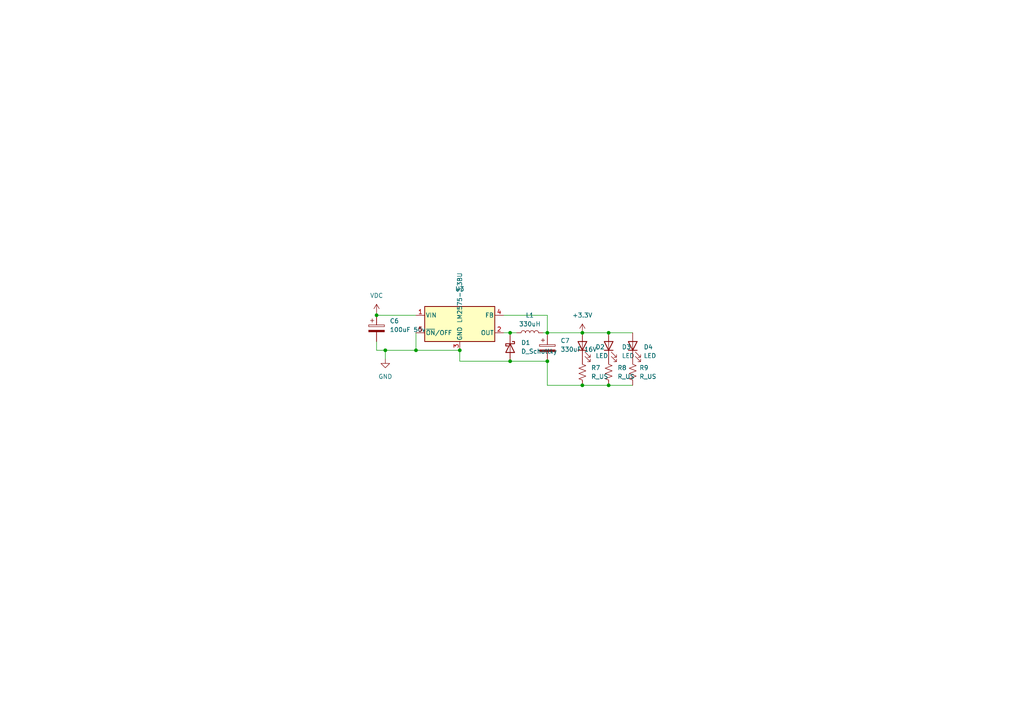
<source format=kicad_sch>
(kicad_sch (version 20231120) (generator "eeschema") (generator_version "8.0")
  (paper "A4")
  (lib_symbols
    (symbol "Device:C_Polarized" (pin_numbers hide) (pin_names (offset 0.254))
      (property "Reference" "C" (at 0.635 2.54 0))
      (property "Value" "C_Polarized" (at 0.635 -2.54 0))
      (symbol "C_Polarized_0_1"
        (rectangle (start -2.286 0.508) (end 2.286 1.016))
        (polyline (pts (xy -1.778 2.286) (xy -0.762 2.286)))
        (polyline (pts (xy -1.27 2.794) (xy -1.27 1.778)))
        (rectangle (start 2.286 -0.508) (end -2.286 -1.016) (fill (type outline)))
      )
      (symbol "C_Polarized_1_1"
        (pin passive line (at 0 3.81 270) (length 2.794) (name "~") (number "1"))
        (pin passive line (at 0 -3.81 90) (length 2.794) (name "~") (number "2"))
      )
    )
    (symbol "Device:D_Schottky" (pin_numbers hide) (pin_names (offset 1.016) hide)
      (property "Reference" "D" (at 0 2.54 0))
      (property "Value" "D_Schottky" (at 0 -2.54 0))
      (symbol "D_Schottky_0_1"
        (polyline (pts (xy 1.27 0) (xy -1.27 0)))
        (polyline (pts (xy 1.27 1.27) (xy 1.27 -1.27) (xy -1.27 0) (xy 1.27 1.27)) (stroke (width 0.254)))
        (polyline (pts (xy -1.905 0.635) (xy -1.905 1.27) (xy -1.27 1.27) (xy -1.27 -1.27) (xy -0.635 -1.27) (xy -0.635 -0.635)) (stroke (width 0.254)))
      )
      (symbol "D_Schottky_1_1"
        (pin passive line (at -3.81 0 0) (length 2.54) (name "K") (number "1"))
        (pin passive line (at 3.81 0 180) (length 2.54) (name "A") (number "2"))
      )
    )
    (symbol "Device:L" (pin_numbers hide) (pin_names (offset 1.016) hide)
      (property "Reference" "L" (at -1.27 0 90))
      (property "Value" "L" (at 1.905 0 90))
      (symbol "L_0_1"
        (arc (start 0 -2.54) (mid 0.6323 -1.905) (end 0 -1.27))
        (arc (start 0 -1.27) (mid 0.6323 -0.635) (end 0 0))
        (arc (start 0 0) (mid 0.6323 0.635) (end 0 1.27))
        (arc (start 0 1.27) (mid 0.6323 1.905) (end 0 2.54))
      )
      (symbol "L_1_1"
        (pin passive line (at 0 3.81 270) (length 1.27) (name "1") (number "1"))
        (pin passive line (at 0 -3.81 90) (length 1.27) (name "2") (number "2"))
      )
    )
    (symbol "Device:LED" (pin_numbers hide) (pin_names (offset 1.016) hide)
      (property "Reference" "D" (at 0 2.54 0))
      (property "Value" "LED" (at 0 -2.54 0))
      (symbol "LED_0_1"
        (polyline (pts (xy -1.27 -1.27) (xy -1.27 1.27)) (stroke (width 0.254)))
        (polyline (pts (xy -1.27 0) (xy 1.27 0)))
        (polyline (pts (xy 1.27 -1.27) (xy 1.27 1.27) (xy -1.27 0) (xy 1.27 -1.27)) (stroke (width 0.254)))
        (polyline (pts (xy -3.048 -0.762) (xy -4.572 -2.286) (xy -3.81 -2.286) (xy -4.572 -2.286) (xy -4.572 -1.524)))
        (polyline (pts (xy -1.778 -0.762) (xy -3.302 -2.286) (xy -2.54 -2.286) (xy -3.302 -2.286) (xy -3.302 -1.524)))
      )
      (symbol "LED_1_1"
        (pin passive line (at -3.81 0 0) (length 2.54) (name "K") (number "1"))
        (pin passive line (at 3.81 0 180) (length 2.54) (name "A") (number "2"))
      )
    )
    (symbol "Device:R_US" (pin_numbers hide) (pin_names (offset 0))
      (property "Reference" "R" (at 2.54 0 90))
      (property "Value" "R_US" (at -2.54 0 90))
      (symbol "R_US_0_1"
        (polyline (pts (xy 0 -2.286) (xy 0 -2.54)))
        (polyline (pts (xy 0 2.286) (xy 0 2.54)))
        (polyline (pts (xy 0 -0.762) (xy 1.016 -1.143) (xy 0 -1.524) (xy -1.016 -1.905) (xy 0 -2.286)))
        (polyline (pts (xy 0 0.762) (xy 1.016 0.381) (xy 0 0) (xy -1.016 -0.381) (xy 0 -0.762)))
        (polyline (pts (xy 0 2.286) (xy 1.016 1.905) (xy 0 1.524) (xy -1.016 1.143) (xy 0 0.762)))
      )
      (symbol "R_US_1_1"
        (pin passive line (at 0 3.81 270) (length 1.27) (name "~") (number "1"))
        (pin passive line (at 0 -3.81 90) (length 1.27) (name "~") (number "2"))
      )
    )
    (symbol "Regulator_Switching:LM2575-3.3BU" (pin_names (offset 0.254))
      (property "Reference" "U" (at -10.16 6.35 0))
      (property "Value" "LM2575-3.3BU" (at 0 6.35 0))
      (symbol "LM2575-3.3BU_0_1"
        (rectangle (start -10.16 5.08) (end 10.16 -5.08) (stroke (width 0.254)) (fill (type background)))
      )
      (symbol "LM2575-3.3BU_1_1"
        (pin power_in line (at -12.7 2.54 0) (length 2.54) (name "VIN") (number "1"))
        (pin output line (at 12.7 -2.54 180) (length 2.54) (name "OUT") (number "2"))
        (pin power_in line (at 0 -7.62 90) (length 2.54) (name "GND") (number "3"))
        (pin input line (at 12.7 2.54 180) (length 2.54) (name "FB") (number "4"))
        (pin input line (at -12.7 -2.54 0) (length 2.54) (name "~{ON}/OFF") (number "5"))
      )
    )
    (symbol "power:+3.3V" (power) (pin_names (offset 0))
      (property "Value" "+3.3V" (at 0 3.556 0))
      (symbol "+3.3V_0_1"
        (polyline (pts (xy -0.762 1.27) (xy 0 2.54)))
        (polyline (pts (xy 0 0) (xy 0 2.54)))
        (polyline (pts (xy 0 2.54) (xy 0.762 1.27)))
      )
      (symbol "+3.3V_1_1"
        (pin power_in line (at 0 0 90) (length 0) hide (name "+3.3V") (number "1"))
      )
    )
    (symbol "power:GND" (power) (pin_names (offset 0))
      (property "Value" "GND" (at 0 -3.81 0))
      (symbol "GND_0_1"
        (polyline (pts (xy 0 0) (xy 0 -1.27) (xy 1.27 -1.27) (xy 0 -2.54) (xy -1.27 -1.27) (xy 0 -1.27)))
      )
      (symbol "GND_1_1"
        (pin power_in line (at 0 0 270) (length 0) hide (name "GND") (number "1"))
      )
    )
    (symbol "power:VDC" (power) (pin_names (offset 0))
      (property "Value" "VDC" (at 0 6.35 0))
      (symbol "VDC_0_1"
        (polyline (pts (xy -0.762 1.27) (xy 0 2.54)))
        (polyline (pts (xy 0 0) (xy 0 2.54)))
        (polyline (pts (xy 0 2.54) (xy 0.762 1.27)))
      )
      (symbol "VDC_1_1"
        (pin power_in line (at 0 0 90) (length 0) hide (name "VDC") (number "1"))
      )
    )
  )
  (junction (at 158.75 104.775))
  (junction (at 109.22 91.44))
  (junction (at 120.65 101.6))
  (junction (at 176.53 111.76))
  (junction (at 147.955 96.52))
  (junction (at 176.53 96.52))
  (junction (at 111.76 101.6))
  (junction (at 168.91 111.76))
  (junction (at 133.35 101.6))
  (junction (at 158.75 96.52))
  (junction (at 168.91 96.52))
  (junction (at 147.955 104.775))
  (wire (pts (xy 133.35 104.775) (xy 147.955 104.775)))
  (wire (pts (xy 120.65 96.52) (xy 120.65 101.6)))
  (wire (pts (xy 158.75 96.52) (xy 158.75 97.155)))
  (wire (pts (xy 176.53 111.76) (xy 183.515 111.76)))
  (wire (pts (xy 168.91 111.76) (xy 176.53 111.76)))
  (wire (pts (xy 146.05 91.44) (xy 158.75 91.44)))
  (wire (pts (xy 147.955 104.775) (xy 158.75 104.775)))
  (wire (pts (xy 111.76 101.6) (xy 120.65 101.6)))
  (wire (pts (xy 109.22 99.06) (xy 109.22 101.6)))
  (wire (pts (xy 168.91 111.76) (xy 158.75 111.76)))
  (wire (pts (xy 176.53 96.52) (xy 183.515 96.52)))
  (wire (pts (xy 109.22 101.6) (xy 111.76 101.6)))
  (wire (pts (xy 147.955 96.52) (xy 147.955 97.155)))
  (wire (pts (xy 168.91 96.52) (xy 176.53 96.52)))
  (wire (pts (xy 158.75 91.44) (xy 158.75 96.52)))
  (wire (pts (xy 146.05 96.52) (xy 147.955 96.52)))
  (wire (pts (xy 133.35 101.6) (xy 133.35 104.775)))
  (wire (pts (xy 109.22 90.805) (xy 109.22 91.44)))
  (wire (pts (xy 158.75 111.76) (xy 158.75 104.775)))
  (wire (pts (xy 158.75 96.52) (xy 168.91 96.52)))
  (wire (pts (xy 147.955 96.52) (xy 149.86 96.52)))
  (wire (pts (xy 158.75 96.52) (xy 157.48 96.52)))
  (wire (pts (xy 111.76 104.14) (xy 111.76 101.6)))
  (wire (pts (xy 120.65 101.6) (xy 133.35 101.6)))
  (wire (pts (xy 109.22 91.44) (xy 120.65 91.44)))
  (symbol (lib_id "Device:C_Polarized") (at 158.75 100.965 0) (unit 1)
    (property "Reference" "C7" (at 162.56 98.806 0) (effects (justify left)))
    (property "Value" "330uF 16V" (at 162.56 101.346 0) (effects (justify left)))
    (property "Footprint" "Capacitor_SMD:CP_Elec_6.3x7.7" (effects (hide yes)))
    (property "MPN" "C2980164" (effects (hide yes)))
  )
  (symbol (lib_id "Device:LED") (at 176.53 100.33 90) (unit 1)
    (property "Reference" "D3" (at 180.34 100.6475 90) (effects (justify right)))
    (property "Value" "LED" (at 180.34 103.1875 90) (effects (justify right)))
    (property "Footprint" "LED_SMD:LED_0603_1608Metric" (effects (hide yes)))
    (property "MPN" "C5656657" (effects (hide yes)))
  )
  (symbol (lib_id "Device:R_US") (at 183.515 107.95 0) (unit 1)
    (property "Reference" "R9" (at 185.42 106.68 0) (effects (justify left)))
    (property "Value" "R_US" (at 185.42 109.22 0) (effects (justify left)))
    (property "Footprint" "Resistor_SMD:R_0402_1005Metric" (effects (hide yes)))
    (property "MPN" "C2906961" (effects (hide yes)))
  )
  (symbol (lib_id "Device:L") (at 153.67 96.52 90) (unit 1)
    (property "Reference" "L1" (at 153.67 91.44 90))
    (property "Value" "330uH" (at 153.67 93.98 90))
    (property "Footprint" "Inductor_SMD:L_1812_4532Metric" (effects (hide yes)))
    (property "MPN" "C394139" (effects (hide yes)))
  )
  (symbol (lib_id "Device:R_US") (at 168.91 107.95 0) (unit 1)
    (property "Reference" "R7" (at 171.45 106.68 0) (effects (justify left)))
    (property "Value" "R_US" (at 171.45 109.22 0) (effects (justify left)))
    (property "Footprint" "Resistor_SMD:R_0402_1005Metric" (effects (hide yes)))
    (property "MPN" "C2906961" (effects (hide yes)))
  )
  (symbol (lib_id "power:+3.3V") (at 168.91 96.52 0) (unit 1)
    (property "Reference" "#PWR012" (effects (hide yes)))
    (property "Value" "+3.3V" (at 168.91 91.44 0))
    (instances (project "2812-32" (path "" (reference "#PWR012") (unit 1))) (project "2812-32-mini" (path "" (reference "#PWR010") (unit 1))))
  )
  (symbol (lib_id "Regulator_Switching:LM2575-3.3BU") (at 133.35 93.98 0) (unit 1)
    (property "Reference" "U3" (at 133.35 83.82 0))
    (property "Value" "LM2575-3.3BU" (at 133.35 86.36 90))
    (property "Footprint" "Package_TO_SOT_SMD:TO-263-5_TabPin3" (effects (hide yes)))
    (property "Datasheet" "http://ww1.microchip.com/downloads/en/DeviceDoc/lm2575.pdf" (effects (hide yes)))
    (property "MPN" "C2977107" (effects (hide yes)))
  )
  (symbol (lib_id "Device:D_Schottky") (at 147.955 100.965 270) (unit 1)
    (property "Reference" "D1" (at 151.13 99.3775 90) (effects (justify left)))
    (property "Value" "D_Schottky" (at 151.13 101.9175 90) (effects (justify left)))
    (property "Footprint" "Diode_SMD:D_SOD-123" (effects (hide yes)))
    (property "MPN" "C437199" (effects (hide yes)))
  )
  (symbol (lib_id "Device:LED") (at 168.91 100.33 90) (unit 1)
    (property "Reference" "D2" (at 172.72 100.6475 90) (effects (justify right)))
    (property "Value" "LED" (at 172.72 103.1875 90) (effects (justify right)))
    (property "Footprint" "LED_SMD:LED_0603_1608Metric" (effects (hide yes)))
    (property "MPN" "C5656657" (effects (hide yes)))
  )
  (symbol (lib_id "power:GND") (at 111.76 104.14 0) (unit 1)
    (property "Reference" "#PWR08" (effects (hide yes)))
    (property "Value" "GND" (at 111.76 109.22 0))
  )
  (symbol (lib_id "Device:R_US") (at 176.53 107.95 0) (unit 1)
    (property "Reference" "R8" (at 179.07 106.68 0) (effects (justify left)))
    (property "Value" "R_US" (at 179.07 109.22 0) (effects (justify left)))
    (property "Footprint" "Resistor_SMD:R_0402_1005Metric" (effects (hide yes)))
    (property "MPN" "C2906961" (effects (hide yes)))
  )
  (symbol (lib_id "Device:C_Polarized") (at 109.22 95.25 0) (unit 1)
    (property "Reference" "C6" (at 113.03 93.091 0) (effects (justify left)))
    (property "Value" "100uF 50v" (at 113.03 95.631 0) (effects (justify left)))
    (property "Footprint" "Capacitor_SMD:CP_Elec_6.3x5.3" (effects (hide yes)))
    (property "MPN" "C5354996" (effects (hide yes)))
  )
  (symbol (lib_id "Device:LED") (at 183.515 100.33 90) (unit 1)
    (property "Reference" "D4" (at 186.69 100.6475 90) (effects (justify right)))
    (property "Value" "LED" (at 186.69 103.1875 90) (effects (justify right)))
    (property "Footprint" "LED_SMD:LED_0603_1608Metric" (effects (hide yes)))
    (property "MPN" "C5656657" (effects (hide yes)))
  )
  (symbol (lib_id "power:VDC") (at 109.22 90.805 0) (unit 1)
    (property "Reference" "#PWR0103" (effects (hide yes)))
    (property "Value" "VDC" (at 109.22 85.725 0))
    (instances (project "2812-32" (path "" (reference "#PWR0103") (unit 1))) (project "2812-32-mini" (path "" (reference "#PWR09") (unit 1))))
  )
)
</source>
